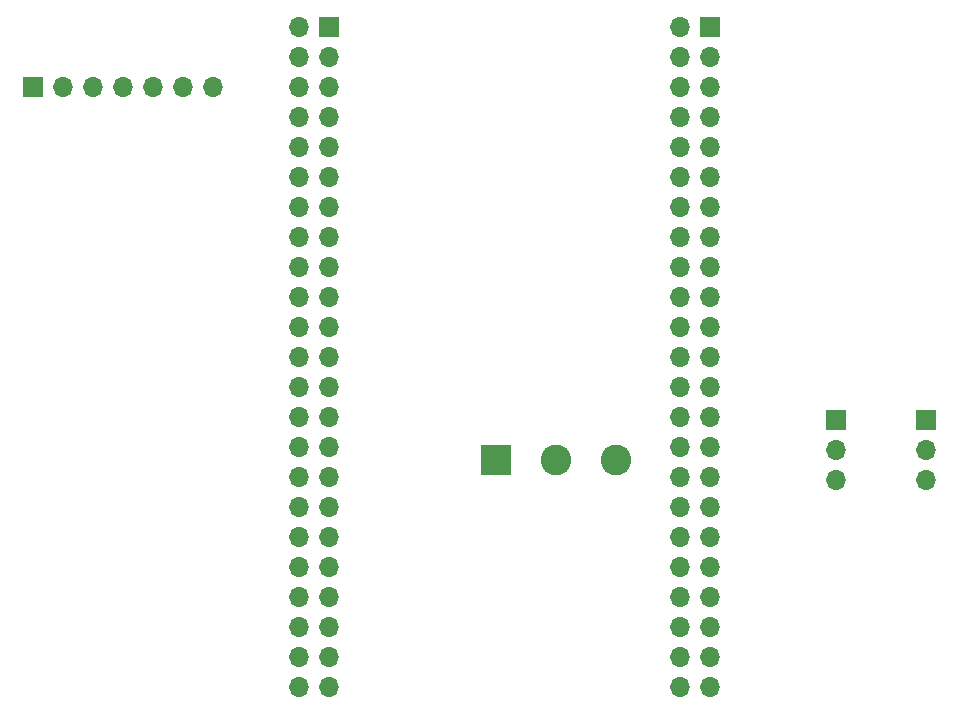
<source format=gbr>
%TF.GenerationSoftware,KiCad,Pcbnew,8.0.9-8.0.9-0~ubuntu24.04.1*%
%TF.CreationDate,2025-06-01T20:39:44+03:00*%
%TF.ProjectId,EV Control System,45562043-6f6e-4747-926f-6c2053797374,rev?*%
%TF.SameCoordinates,Original*%
%TF.FileFunction,Soldermask,Bot*%
%TF.FilePolarity,Negative*%
%FSLAX46Y46*%
G04 Gerber Fmt 4.6, Leading zero omitted, Abs format (unit mm)*
G04 Created by KiCad (PCBNEW 8.0.9-8.0.9-0~ubuntu24.04.1) date 2025-06-01 20:39:44*
%MOMM*%
%LPD*%
G01*
G04 APERTURE LIST*
%ADD10R,1.700000X1.700000*%
%ADD11O,1.700000X1.700000*%
%ADD12R,2.600000X2.600000*%
%ADD13C,2.600000*%
G04 APERTURE END LIST*
D10*
%TO.C,J3*%
X110445000Y-62495000D03*
D11*
X112985000Y-62495000D03*
X115525000Y-62495000D03*
X118065000Y-62495000D03*
X120605000Y-62495000D03*
X123145000Y-62495000D03*
X125685000Y-62495000D03*
%TD*%
D10*
%TO.C,J6*%
X186060000Y-90725000D03*
D11*
X186060000Y-93265000D03*
X186060000Y-95805000D03*
%TD*%
D12*
%TO.C,J4*%
X149675000Y-94075000D03*
D13*
X154755000Y-94075000D03*
X159835000Y-94075000D03*
%TD*%
D10*
%TO.C,J5*%
X178440000Y-90730000D03*
D11*
X178440000Y-93270000D03*
X178440000Y-95810000D03*
%TD*%
D10*
%TO.C,J2*%
X167779661Y-57432621D03*
D11*
X165239661Y-57432621D03*
X167779661Y-59972621D03*
X165239661Y-59972621D03*
X167779661Y-62512621D03*
X165239661Y-62512621D03*
X167779661Y-65052621D03*
X165239661Y-65052621D03*
X167779661Y-67592621D03*
X165239661Y-67592621D03*
X167779661Y-70132621D03*
X165239661Y-70132621D03*
X167779661Y-72672621D03*
X165239661Y-72672621D03*
X167779661Y-75212621D03*
X165239661Y-75212621D03*
X167779661Y-77752621D03*
X165239661Y-77752621D03*
X167779661Y-80292621D03*
X165239661Y-80292621D03*
X167779661Y-82832621D03*
X165239661Y-82832621D03*
X167779661Y-85372621D03*
X165239661Y-85372621D03*
X167779661Y-87912621D03*
X165239661Y-87912621D03*
X167779661Y-90452621D03*
X165239661Y-90452621D03*
X167779661Y-92992621D03*
X165239661Y-92992621D03*
X167779661Y-95532621D03*
X165239661Y-95532621D03*
X167779661Y-98072621D03*
X165239661Y-98072621D03*
X167779661Y-100612621D03*
X165239661Y-100612621D03*
X167779661Y-103152621D03*
X165239661Y-103152621D03*
X167779661Y-105692621D03*
X165239661Y-105692621D03*
X167779661Y-108232621D03*
X165239661Y-108232621D03*
X167779661Y-110772621D03*
X165239661Y-110772621D03*
X167779661Y-113312621D03*
X165239661Y-113312621D03*
%TD*%
D10*
%TO.C,J1*%
X135519661Y-57422621D03*
D11*
X132979661Y-57422621D03*
X135519661Y-59962621D03*
X132979661Y-59962621D03*
X135519661Y-62502621D03*
X132979661Y-62502621D03*
X135519661Y-65042621D03*
X132979661Y-65042621D03*
X135519661Y-67582621D03*
X132979661Y-67582621D03*
X135519661Y-70122621D03*
X132979661Y-70122621D03*
X135519661Y-72662621D03*
X132979661Y-72662621D03*
X135519661Y-75202621D03*
X132979661Y-75202621D03*
X135519661Y-77742621D03*
X132979661Y-77742621D03*
X135519661Y-80282621D03*
X132979661Y-80282621D03*
X135519661Y-82822621D03*
X132979661Y-82822621D03*
X135519661Y-85362621D03*
X132979661Y-85362621D03*
X135519661Y-87902621D03*
X132979661Y-87902621D03*
X135519661Y-90442621D03*
X132979661Y-90442621D03*
X135519661Y-92982621D03*
X132979661Y-92982621D03*
X135519661Y-95522621D03*
X132979661Y-95522621D03*
X135519661Y-98062621D03*
X132979661Y-98062621D03*
X135519661Y-100602621D03*
X132979661Y-100602621D03*
X135519661Y-103142621D03*
X132979661Y-103142621D03*
X135519661Y-105682621D03*
X132979661Y-105682621D03*
X135519661Y-108222621D03*
X132979661Y-108222621D03*
X135519661Y-110762621D03*
X132979661Y-110762621D03*
X135519661Y-113302621D03*
X132979661Y-113302621D03*
%TD*%
M02*

</source>
